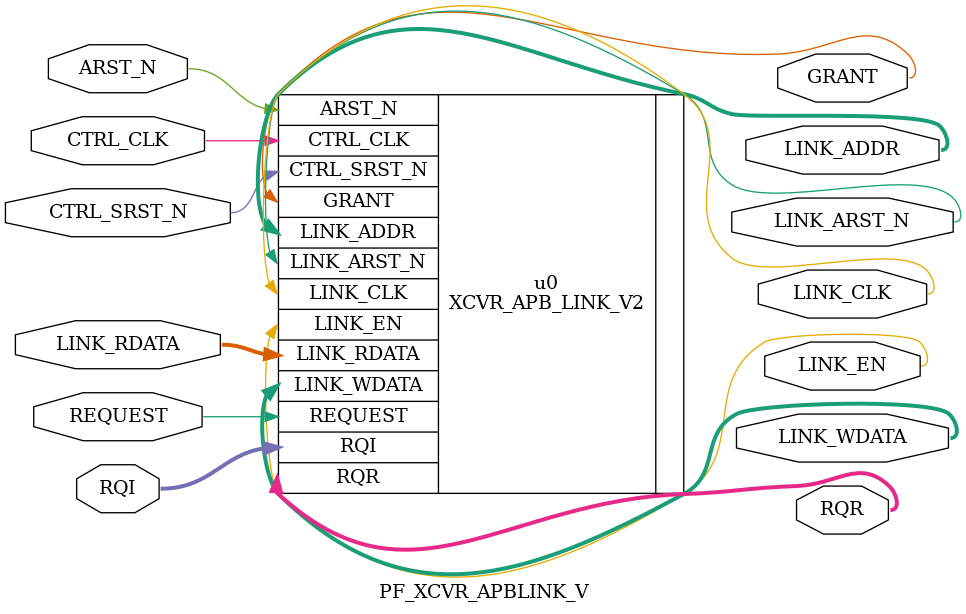
<source format=v>


module PF_XCVR_APBLINK_V(
  RQR,
  GRANT,
  CTRL_CLK,
  CTRL_SRST_N,
  ARST_N,
  REQUEST,
  RQI,
  LINK_CLK,
  LINK_ADDR,
  LINK_EN,
  LINK_ARST_N,
  LINK_WDATA,
  LINK_RDATA );

/* Output Ports */
output [1:0] RQR;
output GRANT;

/* Input Ports */
input  CTRL_CLK;
input  CTRL_SRST_N;
input  ARST_N;
input  REQUEST;
input  [5:0] RQI;

/* Static Input Ports */

/* Hardwired Ports */
output LINK_CLK;
output [2:0] LINK_ADDR;
output LINK_EN;
output LINK_ARST_N;
output [3:0] LINK_WDATA;
input [3:0] LINK_RDATA;

XCVR_APB_LINK_V2 u0 (
.RQR( RQR ),
.GRANT( GRANT ),
.CTRL_CLK( CTRL_CLK ),
.CTRL_SRST_N( CTRL_SRST_N ),
.ARST_N( ARST_N ),
.REQUEST( REQUEST ),
.RQI( RQI ),
.LINK_CLK( LINK_CLK ),
.LINK_ADDR( LINK_ADDR ),
.LINK_EN( LINK_EN ),
.LINK_ARST_N( LINK_ARST_N ),
.LINK_WDATA( LINK_WDATA ),
.LINK_RDATA( LINK_RDATA )
);


endmodule

</source>
